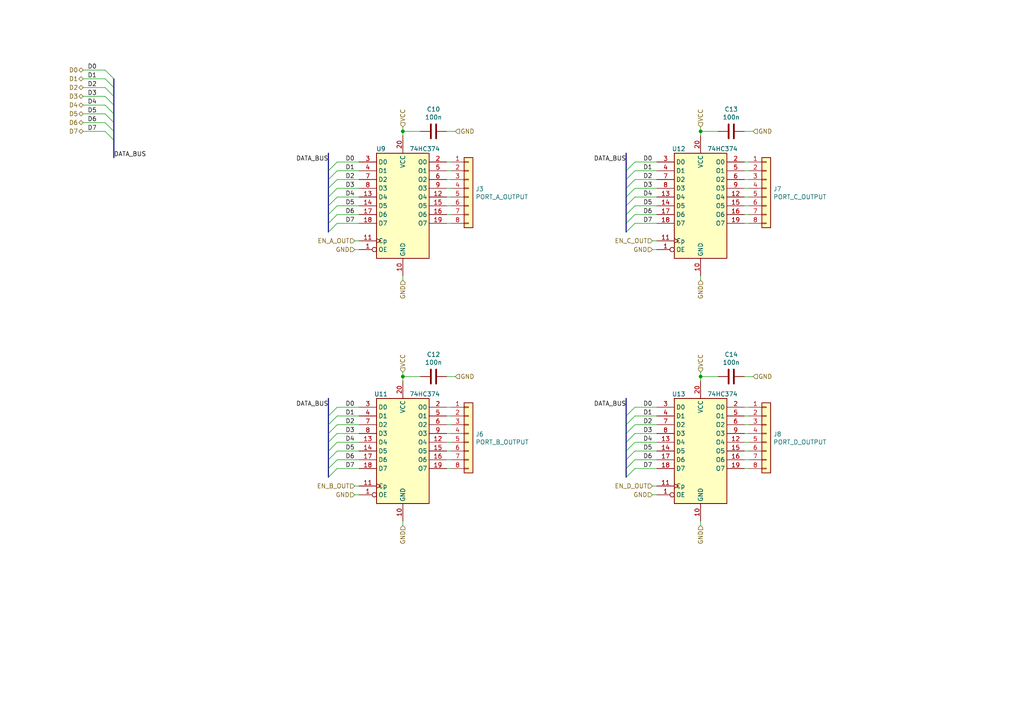
<source format=kicad_sch>
(kicad_sch (version 20211123) (generator eeschema)
  (paper "A4")
  (title_block (title "ZComputer I/O Ports OUTPUT") (date "2021-10-11") (rev "v1.0") (company "Maxime Chretien") (comment 1 "mchretien@linuxmail.org"))
  (lib_symbols
    (symbol "74xx:74HC374"
      (property "Reference" "U" (at -7.62 16.51 0))
      (property "Value" "74HC374" (at -7.62 -16.51 0))
      (symbol "74HC374_1_0"
        (pin input inverted (at -12.7 -12.7 0) (length 5.08) (name "OE") (number "1"))
        (pin power_in line (at 0 -20.32 90) (length 5.08) (name "GND") (number "10"))
        (pin input clock (at -12.7 -10.16 0) (length 5.08) (name "Cp") (number "11"))
        (pin tri_state line (at 12.7 2.54 180) (length 5.08) (name "O4") (number "12"))
        (pin input line (at -12.7 2.54 0) (length 5.08) (name "D4") (number "13"))
        (pin input line (at -12.7 0 0) (length 5.08) (name "D5") (number "14"))
        (pin tri_state line (at 12.7 0 180) (length 5.08) (name "O5") (number "15"))
        (pin tri_state line (at 12.7 -2.54 180) (length 5.08) (name "O6") (number "16"))
        (pin input line (at -12.7 -2.54 0) (length 5.08) (name "D6") (number "17"))
        (pin input line (at -12.7 -5.08 0) (length 5.08) (name "D7") (number "18"))
        (pin tri_state line (at 12.7 -5.08 180) (length 5.08) (name "O7") (number "19"))
        (pin tri_state line (at 12.7 12.7 180) (length 5.08) (name "O0") (number "2"))
        (pin power_in line (at 0 20.32 270) (length 5.08) (name "VCC") (number "20"))
        (pin input line (at -12.7 12.7 0) (length 5.08) (name "D0") (number "3"))
        (pin input line (at -12.7 10.16 0) (length 5.08) (name "D1") (number "4"))
        (pin tri_state line (at 12.7 10.16 180) (length 5.08) (name "O1") (number "5"))
        (pin tri_state line (at 12.7 7.62 180) (length 5.08) (name "O2") (number "6"))
        (pin input line (at -12.7 7.62 0) (length 5.08) (name "D2") (number "7"))
        (pin input line (at -12.7 5.08 0) (length 5.08) (name "D3") (number "8"))
        (pin tri_state line (at 12.7 5.08 180) (length 5.08) (name "O3") (number "9"))
      )
      (symbol "74HC374_1_1"
        (rectangle (start -7.62 15.24) (end 7.62 -15.24) (stroke (width 0.254)) (fill (type background)))
      )
    )
    (symbol "Connector_Generic:Conn_01x08" (pin_names (offset 1.016) hide)
      (property "Reference" "J" (at 0 10.16 0))
      (property "Value" "Conn_01x08" (at 0 -12.7 0))
      (symbol "Conn_01x08_1_1"
        (rectangle (start -1.27 -10.033) (end 0 -10.287) (stroke (width 0.1524)))
        (rectangle (start -1.27 -7.493) (end 0 -7.747) (stroke (width 0.1524)))
        (rectangle (start -1.27 -4.953) (end 0 -5.207) (stroke (width 0.1524)))
        (rectangle (start -1.27 -2.413) (end 0 -2.667) (stroke (width 0.1524)))
        (rectangle (start -1.27 0.127) (end 0 -0.127) (stroke (width 0.1524)))
        (rectangle (start -1.27 2.667) (end 0 2.413) (stroke (width 0.1524)))
        (rectangle (start -1.27 5.207) (end 0 4.953) (stroke (width 0.1524)))
        (rectangle (start -1.27 7.747) (end 0 7.493) (stroke (width 0.1524)))
        (rectangle (start -1.27 8.89) (end 1.27 -11.43) (stroke (width 0.254)) (fill (type background)))
        (pin passive line (at -5.08 7.62 0) (length 3.81) (name "Pin_1") (number "1"))
        (pin passive line (at -5.08 5.08 0) (length 3.81) (name "Pin_2") (number "2"))
        (pin passive line (at -5.08 2.54 0) (length 3.81) (name "Pin_3") (number "3"))
        (pin passive line (at -5.08 0 0) (length 3.81) (name "Pin_4") (number "4"))
        (pin passive line (at -5.08 -2.54 0) (length 3.81) (name "Pin_5") (number "5"))
        (pin passive line (at -5.08 -5.08 0) (length 3.81) (name "Pin_6") (number "6"))
        (pin passive line (at -5.08 -7.62 0) (length 3.81) (name "Pin_7") (number "7"))
        (pin passive line (at -5.08 -10.16 0) (length 3.81) (name "Pin_8") (number "8"))
      )
    )
    (symbol "Device:C" (pin_numbers hide) (pin_names (offset 0.254))
      (property "Reference" "C" (at 0.635 2.54 0))
      (property "Value" "C" (at 0.635 -2.54 0))
      (symbol "C_0_1"
        (polyline (pts (xy -2.032 -0.762) (xy 2.032 -0.762)) (stroke (width 0.508)))
        (polyline (pts (xy -2.032 0.762) (xy 2.032 0.762)) (stroke (width 0.508)))
      )
      (symbol "C_1_1"
        (pin passive line (at 0 3.81 270) (length 2.794) (name "~") (number "1"))
        (pin passive line (at 0 -3.81 90) (length 2.794) (name "~") (number "2"))
      )
    )
  )
  (junction (at 116.84 109.22))
  (junction (at 203.2 38.1))
  (junction (at 203.2 109.22))
  (junction (at 116.84 38.1))
  (bus_entry (at 184.15 125.73) (size -2.54 2.54))
  (bus_entry (at 184.15 57.15) (size -2.54 2.54))
  (bus_entry (at 184.15 128.27) (size -2.54 2.54))
  (bus_entry (at 97.79 120.65) (size -2.54 2.54))
  (bus_entry (at 184.15 49.53) (size -2.54 2.54))
  (bus_entry (at 184.15 123.19) (size -2.54 2.54))
  (bus_entry (at 30.48 20.32) (size 2.54 2.54))
  (bus_entry (at 184.15 59.69) (size -2.54 2.54))
  (bus_entry (at 97.79 135.89) (size -2.54 2.54))
  (bus_entry (at 97.79 49.53) (size -2.54 2.54))
  (bus_entry (at 184.15 120.65) (size -2.54 2.54))
  (bus_entry (at 97.79 118.11) (size -2.54 2.54))
  (bus_entry (at 97.79 125.73) (size -2.54 2.54))
  (bus_entry (at 30.48 30.48) (size 2.54 2.54))
  (bus_entry (at 30.48 35.56) (size 2.54 2.54))
  (bus_entry (at 184.15 133.35) (size -2.54 2.54))
  (bus_entry (at 97.79 57.15) (size -2.54 2.54))
  (bus_entry (at 30.48 33.02) (size 2.54 2.54))
  (bus_entry (at 184.15 46.99) (size -2.54 2.54))
  (bus_entry (at 97.79 54.61) (size -2.54 2.54))
  (bus_entry (at 97.79 123.19) (size -2.54 2.54))
  (bus_entry (at 97.79 46.99) (size -2.54 2.54))
  (bus_entry (at 184.15 62.23) (size -2.54 2.54))
  (bus_entry (at 30.48 22.86) (size 2.54 2.54))
  (bus_entry (at 97.79 133.35) (size -2.54 2.54))
  (bus_entry (at 184.15 54.61) (size -2.54 2.54))
  (bus_entry (at 184.15 130.81) (size -2.54 2.54))
  (bus_entry (at 184.15 118.11) (size -2.54 2.54))
  (bus_entry (at 184.15 135.89) (size -2.54 2.54))
  (bus_entry (at 184.15 64.77) (size -2.54 2.54))
  (bus_entry (at 97.79 130.81) (size -2.54 2.54))
  (bus_entry (at 97.79 62.23) (size -2.54 2.54))
  (bus_entry (at 97.79 52.07) (size -2.54 2.54))
  (bus_entry (at 97.79 64.77) (size -2.54 2.54))
  (bus_entry (at 30.48 25.4) (size 2.54 2.54))
  (bus_entry (at 30.48 38.1) (size 2.54 2.54))
  (bus_entry (at 97.79 59.69) (size -2.54 2.54))
  (bus_entry (at 30.48 27.94) (size 2.54 2.54))
  (bus_entry (at 184.15 52.07) (size -2.54 2.54))
  (bus_entry (at 97.79 128.27) (size -2.54 2.54))
  (wire (pts (xy 217.17 125.73) (xy 215.9 125.73)))
  (wire (pts (xy 190.5 64.77) (xy 184.15 64.77)))
  (bus (pts (xy 181.61 120.65) (xy 181.61 123.19)))
  (bus (pts (xy 95.25 44.45) (xy 95.25 49.53)))
  (bus (pts (xy 181.61 64.77) (xy 181.61 67.31)))
  (wire (pts (xy 190.5 143.51) (xy 189.23 143.51)))
  (wire (pts (xy 190.5 123.19) (xy 184.15 123.19)))
  (wire (pts (xy 215.9 133.35) (xy 217.17 133.35)))
  (bus (pts (xy 181.61 130.81) (xy 181.61 133.35)))
  (wire (pts (xy 24.13 27.94) (xy 30.48 27.94)))
  (wire (pts (xy 97.79 46.99) (xy 104.14 46.99)))
  (bus (pts (xy 33.02 33.02) (xy 33.02 35.56)))
  (wire (pts (xy 24.13 35.56) (xy 30.48 35.56)))
  (bus (pts (xy 181.61 133.35) (xy 181.61 135.89)))
  (bus (pts (xy 95.25 52.07) (xy 95.25 54.61)))
  (bus (pts (xy 95.25 130.81) (xy 95.25 133.35)))
  (wire (pts (xy 121.92 109.22) (xy 116.84 109.22)))
  (bus (pts (xy 95.25 64.77) (xy 95.25 67.31)))
  (wire (pts (xy 116.84 36.83) (xy 116.84 38.1)))
  (wire (pts (xy 190.5 52.07) (xy 184.15 52.07)))
  (bus (pts (xy 95.25 59.69) (xy 95.25 62.23)))
  (wire (pts (xy 208.28 38.1) (xy 203.2 38.1)))
  (wire (pts (xy 129.54 38.1) (xy 132.08 38.1)))
  (wire (pts (xy 104.14 59.69) (xy 97.79 59.69)))
  (wire (pts (xy 129.54 52.07) (xy 130.81 52.07)))
  (wire (pts (xy 104.14 57.15) (xy 97.79 57.15)))
  (wire (pts (xy 203.2 80.01) (xy 203.2 81.28)))
  (bus (pts (xy 95.25 125.73) (xy 95.25 128.27)))
  (wire (pts (xy 190.5 128.27) (xy 184.15 128.27)))
  (wire (pts (xy 190.5 133.35) (xy 184.15 133.35)))
  (bus (pts (xy 181.61 62.23) (xy 181.61 64.77)))
  (wire (pts (xy 190.5 59.69) (xy 184.15 59.69)))
  (wire (pts (xy 104.14 140.97) (xy 102.87 140.97)))
  (wire (pts (xy 184.15 118.11) (xy 190.5 118.11)))
  (wire (pts (xy 104.14 143.51) (xy 102.87 143.51)))
  (wire (pts (xy 129.54 109.22) (xy 132.08 109.22)))
  (wire (pts (xy 130.81 125.73) (xy 129.54 125.73)))
  (wire (pts (xy 104.14 130.81) (xy 97.79 130.81)))
  (bus (pts (xy 181.61 57.15) (xy 181.61 59.69)))
  (wire (pts (xy 203.2 38.1) (xy 203.2 39.37)))
  (bus (pts (xy 33.02 30.48) (xy 33.02 33.02)))
  (wire (pts (xy 130.81 130.81) (xy 129.54 130.81)))
  (wire (pts (xy 104.14 64.77) (xy 97.79 64.77)))
  (wire (pts (xy 203.2 36.83) (xy 203.2 38.1)))
  (wire (pts (xy 130.81 64.77) (xy 129.54 64.77)))
  (wire (pts (xy 215.9 52.07) (xy 217.17 52.07)))
  (bus (pts (xy 33.02 35.56) (xy 33.02 38.1)))
  (bus (pts (xy 181.61 59.69) (xy 181.61 62.23)))
  (wire (pts (xy 104.14 52.07) (xy 97.79 52.07)))
  (wire (pts (xy 130.81 54.61) (xy 129.54 54.61)))
  (bus (pts (xy 95.25 57.15) (xy 95.25 59.69)))
  (bus (pts (xy 33.02 25.4) (xy 33.02 27.94)))
  (wire (pts (xy 215.9 128.27) (xy 217.17 128.27)))
  (wire (pts (xy 129.54 57.15) (xy 130.81 57.15)))
  (bus (pts (xy 181.61 135.89) (xy 181.61 138.43)))
  (wire (pts (xy 116.84 107.95) (xy 116.84 109.22)))
  (wire (pts (xy 203.2 107.95) (xy 203.2 109.22)))
  (wire (pts (xy 24.13 25.4) (xy 30.48 25.4)))
  (wire (pts (xy 217.17 64.77) (xy 215.9 64.77)))
  (wire (pts (xy 190.5 57.15) (xy 184.15 57.15)))
  (wire (pts (xy 215.9 118.11) (xy 217.17 118.11)))
  (wire (pts (xy 116.84 109.22) (xy 116.84 110.49)))
  (wire (pts (xy 190.5 49.53) (xy 184.15 49.53)))
  (wire (pts (xy 104.14 133.35) (xy 97.79 133.35)))
  (wire (pts (xy 129.54 133.35) (xy 130.81 133.35)))
  (bus (pts (xy 181.61 54.61) (xy 181.61 57.15)))
  (bus (pts (xy 33.02 40.64) (xy 33.02 45.72)))
  (bus (pts (xy 95.25 133.35) (xy 95.25 135.89)))
  (bus (pts (xy 181.61 123.19) (xy 181.61 125.73)))
  (bus (pts (xy 181.61 128.27) (xy 181.61 130.81)))
  (wire (pts (xy 129.54 128.27) (xy 130.81 128.27)))
  (wire (pts (xy 129.54 118.11) (xy 130.81 118.11)))
  (wire (pts (xy 129.54 46.99) (xy 130.81 46.99)))
  (wire (pts (xy 104.14 128.27) (xy 97.79 128.27)))
  (wire (pts (xy 130.81 120.65) (xy 129.54 120.65)))
  (wire (pts (xy 104.14 120.65) (xy 97.79 120.65)))
  (wire (pts (xy 217.17 49.53) (xy 215.9 49.53)))
  (wire (pts (xy 215.9 38.1) (xy 218.44 38.1)))
  (wire (pts (xy 130.81 49.53) (xy 129.54 49.53)))
  (wire (pts (xy 129.54 123.19) (xy 130.81 123.19)))
  (wire (pts (xy 130.81 59.69) (xy 129.54 59.69)))
  (wire (pts (xy 215.9 57.15) (xy 217.17 57.15)))
  (wire (pts (xy 121.92 38.1) (xy 116.84 38.1)))
  (wire (pts (xy 217.17 59.69) (xy 215.9 59.69)))
  (bus (pts (xy 95.25 54.61) (xy 95.25 57.15)))
  (wire (pts (xy 104.14 62.23) (xy 97.79 62.23)))
  (bus (pts (xy 181.61 125.73) (xy 181.61 128.27)))
  (wire (pts (xy 24.13 38.1) (xy 30.48 38.1)))
  (wire (pts (xy 130.81 135.89) (xy 129.54 135.89)))
  (bus (pts (xy 95.25 123.19) (xy 95.25 125.73)))
  (wire (pts (xy 190.5 130.81) (xy 184.15 130.81)))
  (wire (pts (xy 24.13 30.48) (xy 30.48 30.48)))
  (wire (pts (xy 116.84 80.01) (xy 116.84 81.28)))
  (bus (pts (xy 181.61 44.45) (xy 181.61 49.53)))
  (wire (pts (xy 190.5 54.61) (xy 184.15 54.61)))
  (wire (pts (xy 217.17 54.61) (xy 215.9 54.61)))
  (wire (pts (xy 215.9 109.22) (xy 218.44 109.22)))
  (wire (pts (xy 97.79 118.11) (xy 104.14 118.11)))
  (wire (pts (xy 203.2 109.22) (xy 203.2 110.49)))
  (bus (pts (xy 181.61 52.07) (xy 181.61 54.61)))
  (wire (pts (xy 104.14 123.19) (xy 97.79 123.19)))
  (wire (pts (xy 30.48 20.32) (xy 24.13 20.32)))
  (wire (pts (xy 190.5 72.39) (xy 189.23 72.39)))
  (bus (pts (xy 181.61 115.57) (xy 181.61 120.65)))
  (wire (pts (xy 190.5 125.73) (xy 184.15 125.73)))
  (wire (pts (xy 104.14 125.73) (xy 97.79 125.73)))
  (wire (pts (xy 184.15 46.99) (xy 190.5 46.99)))
  (wire (pts (xy 208.28 109.22) (xy 203.2 109.22)))
  (wire (pts (xy 104.14 72.39) (xy 102.87 72.39)))
  (wire (pts (xy 203.2 151.13) (xy 203.2 152.4)))
  (wire (pts (xy 104.14 49.53) (xy 97.79 49.53)))
  (wire (pts (xy 215.9 62.23) (xy 217.17 62.23)))
  (bus (pts (xy 95.25 49.53) (xy 95.25 52.07)))
  (bus (pts (xy 95.25 128.27) (xy 95.25 130.81)))
  (wire (pts (xy 217.17 135.89) (xy 215.9 135.89)))
  (wire (pts (xy 104.14 69.85) (xy 102.87 69.85)))
  (wire (pts (xy 190.5 120.65) (xy 184.15 120.65)))
  (wire (pts (xy 190.5 69.85) (xy 189.23 69.85)))
  (wire (pts (xy 24.13 22.86) (xy 30.48 22.86)))
  (bus (pts (xy 33.02 38.1) (xy 33.02 40.64)))
  (wire (pts (xy 116.84 38.1) (xy 116.84 39.37)))
  (bus (pts (xy 33.02 27.94) (xy 33.02 30.48)))
  (wire (pts (xy 24.13 33.02) (xy 30.48 33.02)))
  (wire (pts (xy 215.9 123.19) (xy 217.17 123.19)))
  (wire (pts (xy 217.17 120.65) (xy 215.9 120.65)))
  (bus (pts (xy 181.61 49.53) (xy 181.61 52.07)))
  (wire (pts (xy 190.5 62.23) (xy 184.15 62.23)))
  (wire (pts (xy 104.14 54.61) (xy 97.79 54.61)))
  (bus (pts (xy 33.02 22.86) (xy 33.02 25.4)))
  (wire (pts (xy 116.84 151.13) (xy 116.84 152.4)))
  (bus (pts (xy 95.25 115.57) (xy 95.25 120.65)))
  (wire (pts (xy 190.5 140.97) (xy 189.23 140.97)))
  (bus (pts (xy 95.25 120.65) (xy 95.25 123.19)))
  (wire (pts (xy 129.54 62.23) (xy 130.81 62.23)))
  (bus (pts (xy 95.25 62.23) (xy 95.25 64.77)))
  (wire (pts (xy 104.14 135.89) (xy 97.79 135.89)))
  (wire (pts (xy 217.17 130.81) (xy 215.9 130.81)))
  (wire (pts (xy 215.9 46.99) (xy 217.17 46.99)))
  (bus (pts (xy 95.25 135.89) (xy 95.25 138.43)))
  (wire (pts (xy 190.5 135.89) (xy 184.15 135.89)))
  (label "D2" (at 102.87 123.19 180))
  (label "D4" (at 102.87 57.15 180))
  (label "D4" (at 189.23 128.27 180))
  (label "D1" (at 189.23 49.53 180))
  (label "D2" (at 189.23 123.19 180))
  (label "D1" (at 189.23 120.65 180))
  (label "D5" (at 25.4 33.02 0))
  (label "D0" (at 189.23 46.99 180))
  (label "D0" (at 102.87 118.11 180))
  (label "D7" (at 102.87 64.77 180))
  (label "D3" (at 189.23 54.61 180))
  (label "D3" (at 102.87 125.73 180))
  (label "D5" (at 102.87 130.81 180))
  (label "D3" (at 189.23 125.73 180))
  (label "D7" (at 189.23 64.77 180))
  (label "D0" (at 25.4 20.32 0))
  (label "D6" (at 102.87 62.23 180))
  (label "D2" (at 189.23 52.07 180))
  (label "D4" (at 102.87 128.27 180))
  (label "D0" (at 189.23 118.11 180))
  (label "D3" (at 25.4 27.94 0))
  (label "D6" (at 189.23 62.23 180))
  (label "D7" (at 102.87 135.89 180))
  (label "D1" (at 25.4 22.86 0))
  (label "DATA_BUS" (at 95.25 46.99 180))
  (label "D5" (at 189.23 130.81 180))
  (label "D1" (at 102.87 49.53 180))
  (label "D4" (at 189.23 57.15 180))
  (label "D6" (at 189.23 133.35 180))
  (label "D0" (at 102.87 46.99 180))
  (label "DATA_BUS" (at 181.61 46.99 180))
  (label "D6" (at 25.4 35.56 0))
  (label "D4" (at 25.4 30.48 0))
  (label "D2" (at 102.87 52.07 180))
  (label "D7" (at 189.23 135.89 180))
  (label "D7" (at 25.4 38.1 0))
  (label "DATA_BUS" (at 33.02 45.72 0))
  (label "DATA_BUS" (at 181.61 118.11 180))
  (label "D2" (at 25.4 25.4 0))
  (label "D3" (at 102.87 54.61 180))
  (label "D1" (at 102.87 120.65 180))
  (label "D5" (at 189.23 59.69 180))
  (label "D5" (at 102.87 59.69 180))
  (label "D6" (at 102.87 133.35 180))
  (label "DATA_BUS" (at 95.25 118.11 180))
  (hierarchical_label "GND" (shape input) (at 102.87 143.51 180))
  (hierarchical_label "GND" (shape input) (at 203.2 152.4 270))
  (hierarchical_label "EN_B_OUT" (shape input) (at 102.87 140.97 180))
  (hierarchical_label "D3" (shape bidirectional) (at 24.13 27.94 180))
  (hierarchical_label "VCC" (shape input) (at 116.84 36.83 90))
  (hierarchical_label "GND" (shape input) (at 189.23 72.39 180))
  (hierarchical_label "GND" (shape input) (at 132.08 109.22 0))
  (hierarchical_label "D5" (shape bidirectional) (at 24.13 33.02 180))
  (hierarchical_label "D2" (shape bidirectional) (at 24.13 25.4 180))
  (hierarchical_label "VCC" (shape input) (at 116.84 107.95 90))
  (hierarchical_label "D0" (shape bidirectional) (at 24.13 20.32 180))
  (hierarchical_label "GND" (shape input) (at 102.87 72.39 180))
  (hierarchical_label "GND" (shape input) (at 189.23 143.51 180))
  (hierarchical_label "D1" (shape bidirectional) (at 24.13 22.86 180))
  (hierarchical_label "GND" (shape input) (at 218.44 109.22 0))
  (hierarchical_label "EN_A_OUT" (shape input) (at 102.87 69.85 180))
  (hierarchical_label "GND" (shape input) (at 132.08 38.1 0))
  (hierarchical_label "GND" (shape input) (at 218.44 38.1 0))
  (hierarchical_label "EN_C_OUT" (shape input) (at 189.23 69.85 180))
  (hierarchical_label "GND" (shape input) (at 116.84 81.28 270))
  (hierarchical_label "EN_D_OUT" (shape input) (at 189.23 140.97 180))
  (hierarchical_label "VCC" (shape input) (at 203.2 36.83 90))
  (hierarchical_label "D7" (shape bidirectional) (at 24.13 38.1 180))
  (hierarchical_label "D6" (shape bidirectional) (at 24.13 35.56 180))
  (hierarchical_label "GND" (shape input) (at 116.84 152.4 270))
  (hierarchical_label "GND" (shape input) (at 203.2 81.28 270))
  (hierarchical_label "D4" (shape bidirectional) (at 24.13 30.48 180))
  (hierarchical_label "VCC" (shape input) (at 203.2 107.95 90))
  (symbol (lib_id "74xx:74HC374") (at 116.84 130.81 0) (unit 1)
    (property "Reference" "U11" (at 110.49 114.3 0))
    (property "Value" "74HC374" (at 123.19 114.3 0))
    (property "Datasheet" "https://www.ti.com/lit/ds/symlink/cd74hct374.pdf" (effects hide))
  )
  (symbol (lib_id "Device:C") (at 125.73 109.22 270) (unit 1)
    (property "Reference" "C12" (at 125.73 102.8192 90))
    (property "Value" "100n" (at 125.73 105.1306 90))
  )
  (symbol (lib_id "Connector_Generic:Conn_01x08") (at 135.89 125.73 0) (unit 1)
    (property "Reference" "J6" (at 137.922 125.9332 0) (effects (justify left)))
    (property "Value" "PORT_B_OUTPUT" (at 137.922 128.2446 0) (effects (justify left)))
  )
  (symbol (lib_id "74xx:74HC374") (at 203.2 130.81 0) (unit 1)
    (property "Reference" "U13" (at 196.85 114.3 0))
    (property "Value" "74HC374" (at 209.55 114.3 0))
    (property "Datasheet" "https://www.ti.com/lit/ds/symlink/cd74hct374.pdf" (effects hide))
  )
  (symbol (lib_id "Device:C") (at 212.09 109.22 270) (unit 1)
    (property "Reference" "C14" (at 212.09 102.8192 90))
    (property "Value" "100n" (at 212.09 105.1306 90))
  )
  (symbol (lib_id "Connector_Generic:Conn_01x08") (at 222.25 125.73 0) (unit 1)
    (property "Reference" "J8" (at 224.282 125.9332 0) (effects (justify left)))
    (property "Value" "PORT_D_OUTPUT" (at 224.282 128.2446 0) (effects (justify left)))
  )
  (symbol (lib_id "74xx:74HC374") (at 116.84 59.69 0) (unit 1)
    (property "Reference" "U9" (at 110.49 43.18 0))
    (property "Value" "74HC374" (at 123.19 43.18 0))
    (property "Datasheet" "https://www.ti.com/lit/ds/symlink/cd74hct374.pdf" (effects hide))
  )
  (symbol (lib_id "Device:C") (at 125.73 38.1 270) (unit 1)
    (property "Reference" "C10" (at 125.73 31.6992 90))
    (property "Value" "100n" (at 125.73 34.0106 90))
  )
  (symbol (lib_id "Connector_Generic:Conn_01x08") (at 135.89 54.61 0) (unit 1)
    (property "Reference" "J3" (at 137.922 54.8132 0) (effects (justify left)))
    (property "Value" "PORT_A_OUTPUT" (at 137.922 57.1246 0) (effects (justify left)))
  )
  (symbol (lib_id "74xx:74HC374") (at 203.2 59.69 0) (unit 1)
    (property "Reference" "U12" (at 196.85 43.18 0))
    (property "Value" "74HC374" (at 209.55 43.18 0))
    (property "Datasheet" "https://www.ti.com/lit/ds/symlink/cd74hct374.pdf" (effects hide))
  )
  (symbol (lib_id "Device:C") (at 212.09 38.1 270) (unit 1)
    (property "Reference" "C13" (at 212.09 31.6992 90))
    (property "Value" "100n" (at 212.09 34.0106 90))
  )
  (symbol (lib_id "Connector_Generic:Conn_01x08") (at 222.25 54.61 0) (unit 1)
    (property "Reference" "J7" (at 224.282 54.8132 0) (effects (justify left)))
    (property "Value" "PORT_C_OUTPUT" (at 224.282 57.1246 0) (effects (justify left)))
  )
)
</source>
